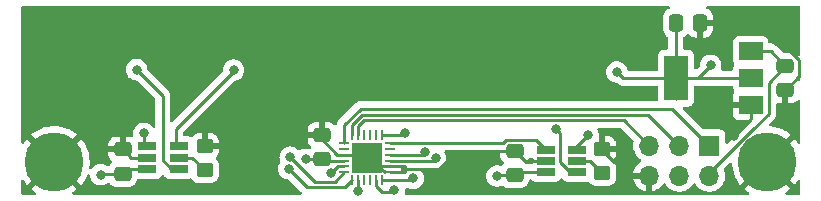
<source format=gtl>
G04 #@! TF.GenerationSoftware,KiCad,Pcbnew,6.0.9-8da3e8f707~116~ubuntu22.04.1*
G04 #@! TF.CreationDate,2022-11-08T11:47:17+01:00*
G04 #@! TF.ProjectId,PCB-lijnvolger,5043422d-6c69-46a6-9e76-6f6c6765722e,1.0*
G04 #@! TF.SameCoordinates,Original*
G04 #@! TF.FileFunction,Copper,L1,Top*
G04 #@! TF.FilePolarity,Positive*
%FSLAX46Y46*%
G04 Gerber Fmt 4.6, Leading zero omitted, Abs format (unit mm)*
G04 Created by KiCad (PCBNEW 6.0.9-8da3e8f707~116~ubuntu22.04.1) date 2022-11-08 11:47:17*
%MOMM*%
%LPD*%
G01*
G04 APERTURE LIST*
G04 Aperture macros list*
%AMRoundRect*
0 Rectangle with rounded corners*
0 $1 Rounding radius*
0 $2 $3 $4 $5 $6 $7 $8 $9 X,Y pos of 4 corners*
0 Add a 4 corners polygon primitive as box body*
4,1,4,$2,$3,$4,$5,$6,$7,$8,$9,$2,$3,0*
0 Add four circle primitives for the rounded corners*
1,1,$1+$1,$2,$3*
1,1,$1+$1,$4,$5*
1,1,$1+$1,$6,$7*
1,1,$1+$1,$8,$9*
0 Add four rect primitives between the rounded corners*
20,1,$1+$1,$2,$3,$4,$5,0*
20,1,$1+$1,$4,$5,$6,$7,0*
20,1,$1+$1,$6,$7,$8,$9,0*
20,1,$1+$1,$8,$9,$2,$3,0*%
G04 Aperture macros list end*
G04 #@! TA.AperFunction,SMDPad,CuDef*
%ADD10R,1.560000X0.650000*%
G04 #@! TD*
G04 #@! TA.AperFunction,SMDPad,CuDef*
%ADD11RoundRect,0.250000X0.450000X-0.350000X0.450000X0.350000X-0.450000X0.350000X-0.450000X-0.350000X0*%
G04 #@! TD*
G04 #@! TA.AperFunction,ComponentPad*
%ADD12C,5.000000*%
G04 #@! TD*
G04 #@! TA.AperFunction,SMDPad,CuDef*
%ADD13R,2.000000X1.500000*%
G04 #@! TD*
G04 #@! TA.AperFunction,SMDPad,CuDef*
%ADD14R,2.000000X3.800000*%
G04 #@! TD*
G04 #@! TA.AperFunction,ComponentPad*
%ADD15R,1.700000X1.700000*%
G04 #@! TD*
G04 #@! TA.AperFunction,ComponentPad*
%ADD16O,1.700000X1.700000*%
G04 #@! TD*
G04 #@! TA.AperFunction,SMDPad,CuDef*
%ADD17RoundRect,0.062500X-0.350000X-0.062500X0.350000X-0.062500X0.350000X0.062500X-0.350000X0.062500X0*%
G04 #@! TD*
G04 #@! TA.AperFunction,SMDPad,CuDef*
%ADD18RoundRect,0.062500X-0.062500X-0.350000X0.062500X-0.350000X0.062500X0.350000X-0.062500X0.350000X0*%
G04 #@! TD*
G04 #@! TA.AperFunction,SMDPad,CuDef*
%ADD19R,2.600000X2.600000*%
G04 #@! TD*
G04 #@! TA.AperFunction,SMDPad,CuDef*
%ADD20RoundRect,0.250000X0.475000X-0.337500X0.475000X0.337500X-0.475000X0.337500X-0.475000X-0.337500X0*%
G04 #@! TD*
G04 #@! TA.AperFunction,SMDPad,CuDef*
%ADD21RoundRect,0.250000X-0.337500X-0.475000X0.337500X-0.475000X0.337500X0.475000X-0.337500X0.475000X0*%
G04 #@! TD*
G04 #@! TA.AperFunction,SMDPad,CuDef*
%ADD22RoundRect,0.250000X-0.475000X0.337500X-0.475000X-0.337500X0.475000X-0.337500X0.475000X0.337500X0*%
G04 #@! TD*
G04 #@! TA.AperFunction,ViaPad*
%ADD23C,0.800000*%
G04 #@! TD*
G04 #@! TA.AperFunction,Conductor*
%ADD24C,0.250000*%
G04 #@! TD*
G04 APERTURE END LIST*
D10*
X144919075Y-92691000D03*
X144919075Y-93641000D03*
X144919075Y-94591000D03*
X147619075Y-94591000D03*
X147619075Y-93641000D03*
X147619075Y-92691000D03*
D11*
X149700000Y-94650000D03*
X149700000Y-92650000D03*
X116050000Y-94400000D03*
X116050000Y-92400000D03*
D12*
X163700000Y-93700000D03*
D13*
X162281000Y-88914000D03*
D14*
X155981000Y-86614000D03*
D13*
X162281000Y-86614000D03*
X162281000Y-84314000D03*
D15*
X158775000Y-92325000D03*
D16*
X158775000Y-94865000D03*
X156235000Y-92325000D03*
X156235000Y-94865000D03*
X153695000Y-92325000D03*
X153695000Y-94865000D03*
D17*
X127856500Y-92095000D03*
X127856500Y-92595000D03*
X127856500Y-93095000D03*
X127856500Y-93595000D03*
X127856500Y-94095000D03*
X127856500Y-94595000D03*
D18*
X128544000Y-95282500D03*
X129044000Y-95282500D03*
X129544000Y-95282500D03*
X130044000Y-95282500D03*
X130544000Y-95282500D03*
X131044000Y-95282500D03*
D17*
X131731500Y-94595000D03*
X131731500Y-94095000D03*
X131731500Y-93595000D03*
X131731500Y-93095000D03*
X131731500Y-92595000D03*
X131731500Y-92095000D03*
D18*
X131044000Y-91407500D03*
X130544000Y-91407500D03*
X130044000Y-91407500D03*
X129544000Y-91407500D03*
X129044000Y-91407500D03*
X128544000Y-91407500D03*
D19*
X129794000Y-93345000D03*
D20*
X109100000Y-94737500D03*
X109100000Y-92662500D03*
X142300000Y-94837500D03*
X142300000Y-92762500D03*
D10*
X111172000Y-92395000D03*
X111172000Y-93345000D03*
X111172000Y-94295000D03*
X113872000Y-94295000D03*
X113872000Y-93345000D03*
X113872000Y-92395000D03*
D12*
X103300000Y-93700000D03*
D20*
X126000000Y-93500000D03*
X126000000Y-91425000D03*
D21*
X155934500Y-81950000D03*
X158009500Y-81950000D03*
D22*
X165227000Y-85576500D03*
X165227000Y-87651500D03*
D23*
X149400000Y-82000000D03*
X132700000Y-82100000D03*
X160887701Y-91487701D03*
X115700000Y-82100000D03*
X107000000Y-82000000D03*
X159500000Y-82000000D03*
X124100000Y-82000000D03*
X141000000Y-82000000D03*
X158900000Y-85550000D03*
X140800000Y-94900000D03*
X107250000Y-94800000D03*
X124600000Y-93500000D03*
X150950000Y-86100000D03*
X148500000Y-91400000D03*
X110300000Y-85900000D03*
X118500000Y-85950000D03*
X145800000Y-90924500D03*
X134686643Y-92870500D03*
X135600000Y-93400000D03*
X123177888Y-94292015D03*
X129032801Y-96138970D03*
X123300000Y-93300000D03*
X126754477Y-94672425D03*
X133700000Y-95100000D03*
X132100000Y-96100000D03*
X133000000Y-91300000D03*
X110900000Y-91300000D03*
D24*
X163964500Y-84314000D02*
X162281000Y-84314000D01*
X163800000Y-89650000D02*
X163800000Y-87003500D01*
X165227000Y-85576500D02*
X163964500Y-84314000D01*
X158775000Y-94865000D02*
X158775000Y-94625000D01*
X162450000Y-90950000D02*
X162500000Y-90950000D01*
X158775000Y-94625000D02*
X162450000Y-90950000D01*
X162500000Y-90950000D02*
X163800000Y-89650000D01*
X163800000Y-87003500D02*
X165227000Y-85576500D01*
X160887701Y-91487701D02*
X162281000Y-90094402D01*
X111410750Y-93345000D02*
X109782500Y-93345000D01*
X149700000Y-92700000D02*
X150700000Y-93700000D01*
X132995000Y-94095000D02*
X132995000Y-94295000D01*
X131731500Y-94095000D02*
X132995000Y-94095000D01*
X143178500Y-93641000D02*
X142300000Y-92762500D01*
X163318173Y-82042000D02*
X166370000Y-85093827D01*
X166370000Y-86508500D02*
X165227000Y-87651500D01*
X142300000Y-92762500D02*
X137437500Y-92762500D01*
X127295000Y-93095000D02*
X126000000Y-91800000D01*
X132995000Y-94295000D02*
X132995000Y-94595000D01*
X129794000Y-93345000D02*
X130544000Y-94095000D01*
X131311004Y-94588996D02*
X130067008Y-93345000D01*
X149700000Y-92650000D02*
X149700000Y-92700000D01*
X109782500Y-93345000D02*
X109100000Y-92662500D01*
X166370000Y-85093827D02*
X166370000Y-86508500D01*
X158101500Y-82042000D02*
X163318173Y-82042000D01*
X135905000Y-94295000D02*
X132995000Y-94295000D01*
X127856500Y-93095000D02*
X127295000Y-93095000D01*
X130544000Y-94095000D02*
X131731500Y-94095000D01*
X162281000Y-90094402D02*
X162281000Y-88914000D01*
X131731500Y-94595000D02*
X132995000Y-94595000D01*
X130067008Y-93345000D02*
X129794000Y-93345000D01*
X137437500Y-92762500D02*
X135905000Y-94295000D01*
X145157825Y-93641000D02*
X143178500Y-93641000D01*
X158009500Y-81950000D02*
X158101500Y-82042000D01*
X126000000Y-91800000D02*
X126000000Y-91425000D01*
X127856500Y-93095000D02*
X129544000Y-93095000D01*
X132995000Y-94595000D02*
X133000000Y-94600000D01*
X129544000Y-93095000D02*
X129794000Y-93345000D01*
X157836000Y-86614000D02*
X158900000Y-85550000D01*
X107312500Y-94737500D02*
X109100000Y-94737500D01*
X155934500Y-81950000D02*
X155934500Y-88370500D01*
X107250000Y-94800000D02*
X107312500Y-94737500D01*
X140862500Y-94837500D02*
X142300000Y-94837500D01*
X109542500Y-94295000D02*
X109100000Y-94737500D01*
X151464000Y-86614000D02*
X150950000Y-86100000D01*
X155981000Y-86614000D02*
X162281000Y-86614000D01*
X125662500Y-93500000D02*
X126000000Y-93837500D01*
X142300000Y-94837500D02*
X142587500Y-94550000D01*
X155981000Y-86614000D02*
X151464000Y-86614000D01*
X142587500Y-94550000D02*
X144898824Y-94550000D01*
X126095000Y-93595000D02*
X126000000Y-93500000D01*
X124600000Y-93500000D02*
X125662500Y-93500000D01*
X111172000Y-94295000D02*
X109542500Y-94295000D01*
X155981000Y-86614000D02*
X157836000Y-86614000D01*
X140800000Y-94900000D02*
X140862500Y-94837500D01*
X127856500Y-93595000D02*
X126095000Y-93595000D01*
X127856500Y-90620708D02*
X127856500Y-92095000D01*
X155650000Y-89200000D02*
X129277208Y-89200000D01*
X129277208Y-89200000D02*
X127856500Y-90620708D01*
X158775000Y-92325000D02*
X155650000Y-89200000D01*
X148500000Y-91400000D02*
X147380325Y-92519675D01*
X113245101Y-94295000D02*
X112500000Y-93549899D01*
X112500000Y-88100000D02*
X110300000Y-85900000D01*
X112500000Y-93549899D02*
X112500000Y-88100000D01*
X113872000Y-94295000D02*
X113245101Y-94295000D01*
X113872000Y-92395000D02*
X113600000Y-92123000D01*
X113600000Y-90950000D02*
X118500000Y-86050000D01*
X118500000Y-86050000D02*
X118500000Y-85950000D01*
X113600000Y-92123000D02*
X113600000Y-90950000D01*
X146150000Y-93748824D02*
X146992176Y-94591000D01*
X145800000Y-90924500D02*
X146150000Y-91274500D01*
X146150000Y-91274500D02*
X146150000Y-93748824D01*
X146992176Y-94591000D02*
X147080324Y-94591000D01*
X134462143Y-93095000D02*
X134686643Y-92870500D01*
X131731500Y-93095000D02*
X134462143Y-93095000D01*
X135405000Y-93595000D02*
X135600000Y-93400000D01*
X131731500Y-93595000D02*
X135405000Y-93595000D01*
X124735873Y-95850000D02*
X127976500Y-95850000D01*
X123177888Y-94292015D02*
X124735873Y-95850000D01*
X127976500Y-95850000D02*
X128544000Y-95282500D01*
X129032801Y-96138970D02*
X129032801Y-95293699D01*
X129032801Y-95293699D02*
X129044000Y-95282500D01*
X123300000Y-93300000D02*
X125400000Y-95400000D01*
X127051500Y-95400000D02*
X127856500Y-94595000D01*
X125400000Y-95400000D02*
X127051500Y-95400000D01*
X127331902Y-94095000D02*
X126754477Y-94672425D01*
X127856500Y-94095000D02*
X127331902Y-94095000D01*
X133517500Y-95282500D02*
X131044000Y-95282500D01*
X133700000Y-95100000D02*
X133517500Y-95282500D01*
X130544000Y-95744000D02*
X131100000Y-96300000D01*
X130544000Y-95282500D02*
X130544000Y-95744000D01*
X131900000Y-96300000D02*
X132100000Y-96100000D01*
X131100000Y-96300000D02*
X131900000Y-96300000D01*
X148691000Y-93641000D02*
X149700000Y-94650000D01*
X147380325Y-93641000D02*
X148691000Y-93641000D01*
X114995000Y-93345000D02*
X116050000Y-94400000D01*
X113633250Y-93345000D02*
X114995000Y-93345000D01*
X144078075Y-91850000D02*
X144919075Y-92691000D01*
X131736500Y-92100000D02*
X141336827Y-92100000D01*
X131731500Y-92095000D02*
X131736500Y-92100000D01*
X141336827Y-92100000D02*
X141586827Y-91850000D01*
X141586827Y-91850000D02*
X144078075Y-91850000D01*
X110900000Y-91300000D02*
X110900000Y-92184251D01*
X133000000Y-91300000D02*
X132892500Y-91407500D01*
X132892500Y-91407500D02*
X131044000Y-91407500D01*
X129413604Y-89700000D02*
X128544000Y-90569604D01*
X156235000Y-92325000D02*
X153610000Y-89700000D01*
X128544000Y-90569604D02*
X128544000Y-91407500D01*
X153610000Y-89700000D02*
X129413604Y-89700000D01*
X129550000Y-90200000D02*
X129044000Y-90706000D01*
X129044000Y-90706000D02*
X129044000Y-91407500D01*
X151570000Y-90200000D02*
X129550000Y-90200000D01*
X153695000Y-92325000D02*
X151570000Y-90200000D01*
G04 #@! TA.AperFunction,Conductor*
G36*
X155389499Y-80528502D02*
G01*
X155435992Y-80582158D01*
X155446096Y-80652432D01*
X155416602Y-80717012D01*
X155361254Y-80754024D01*
X155273054Y-80783450D01*
X155122652Y-80876522D01*
X154997695Y-81001697D01*
X154904885Y-81152262D01*
X154849203Y-81320139D01*
X154838500Y-81424600D01*
X154838500Y-82475400D01*
X154838837Y-82478646D01*
X154838837Y-82478650D01*
X154848618Y-82572914D01*
X154849474Y-82581166D01*
X154905450Y-82748946D01*
X154998522Y-82899348D01*
X155123697Y-83024305D01*
X155241117Y-83096684D01*
X155288609Y-83149455D01*
X155301000Y-83203943D01*
X155301000Y-84079500D01*
X155280998Y-84147621D01*
X155227342Y-84194114D01*
X155175000Y-84205500D01*
X154932866Y-84205500D01*
X154870684Y-84212255D01*
X154734295Y-84263385D01*
X154617739Y-84350739D01*
X154530385Y-84467295D01*
X154479255Y-84603684D01*
X154472500Y-84665866D01*
X154472500Y-85854500D01*
X154452498Y-85922621D01*
X154398842Y-85969114D01*
X154346500Y-85980500D01*
X151957970Y-85980500D01*
X151889849Y-85960498D01*
X151843356Y-85906842D01*
X151838137Y-85893437D01*
X151811829Y-85812469D01*
X151784527Y-85728444D01*
X151777369Y-85716045D01*
X151720355Y-85617295D01*
X151689040Y-85563056D01*
X151683196Y-85556565D01*
X151565675Y-85426045D01*
X151565674Y-85426044D01*
X151561253Y-85421134D01*
X151406752Y-85308882D01*
X151400724Y-85306198D01*
X151400722Y-85306197D01*
X151238319Y-85233891D01*
X151238318Y-85233891D01*
X151232288Y-85231206D01*
X151138888Y-85211353D01*
X151051944Y-85192872D01*
X151051939Y-85192872D01*
X151045487Y-85191500D01*
X150854513Y-85191500D01*
X150848061Y-85192872D01*
X150848056Y-85192872D01*
X150761112Y-85211353D01*
X150667712Y-85231206D01*
X150661682Y-85233891D01*
X150661681Y-85233891D01*
X150499278Y-85306197D01*
X150499276Y-85306198D01*
X150493248Y-85308882D01*
X150338747Y-85421134D01*
X150334326Y-85426044D01*
X150334325Y-85426045D01*
X150216805Y-85556565D01*
X150210960Y-85563056D01*
X150179645Y-85617295D01*
X150122632Y-85716045D01*
X150115473Y-85728444D01*
X150056458Y-85910072D01*
X150055768Y-85916633D01*
X150055768Y-85916635D01*
X150049056Y-85980500D01*
X150036496Y-86100000D01*
X150037186Y-86106565D01*
X150055129Y-86277279D01*
X150056458Y-86289928D01*
X150115473Y-86471556D01*
X150118776Y-86477278D01*
X150118777Y-86477279D01*
X150139099Y-86512478D01*
X150210960Y-86636944D01*
X150215378Y-86641851D01*
X150215379Y-86641852D01*
X150329678Y-86768794D01*
X150338747Y-86778866D01*
X150493248Y-86891118D01*
X150499276Y-86893802D01*
X150499278Y-86893803D01*
X150661681Y-86966109D01*
X150667712Y-86968794D01*
X150761112Y-86988647D01*
X150848056Y-87007128D01*
X150848061Y-87007128D01*
X150854513Y-87008500D01*
X150908783Y-87008500D01*
X150976904Y-87028502D01*
X150995036Y-87042650D01*
X151021651Y-87067643D01*
X151024493Y-87070398D01*
X151044230Y-87090135D01*
X151047427Y-87092615D01*
X151056447Y-87100318D01*
X151088679Y-87130586D01*
X151095625Y-87134405D01*
X151095628Y-87134407D01*
X151106434Y-87140348D01*
X151122953Y-87151199D01*
X151138959Y-87163614D01*
X151146228Y-87166759D01*
X151146232Y-87166762D01*
X151179537Y-87181174D01*
X151190187Y-87186391D01*
X151228940Y-87207695D01*
X151236615Y-87209666D01*
X151236616Y-87209666D01*
X151248562Y-87212733D01*
X151267267Y-87219137D01*
X151285855Y-87227181D01*
X151293678Y-87228420D01*
X151293688Y-87228423D01*
X151329524Y-87234099D01*
X151341144Y-87236505D01*
X151376289Y-87245528D01*
X151383970Y-87247500D01*
X151404224Y-87247500D01*
X151423934Y-87249051D01*
X151443943Y-87252220D01*
X151451835Y-87251474D01*
X151470580Y-87249702D01*
X151487962Y-87248059D01*
X151499819Y-87247500D01*
X154346500Y-87247500D01*
X154414621Y-87267502D01*
X154461114Y-87321158D01*
X154472500Y-87373500D01*
X154472500Y-88440500D01*
X154452498Y-88508621D01*
X154398842Y-88555114D01*
X154346500Y-88566500D01*
X129355976Y-88566500D01*
X129344793Y-88565973D01*
X129337300Y-88564298D01*
X129329374Y-88564547D01*
X129329373Y-88564547D01*
X129269210Y-88566438D01*
X129265252Y-88566500D01*
X129237352Y-88566500D01*
X129233362Y-88567004D01*
X129221528Y-88567936D01*
X129177319Y-88569326D01*
X129169703Y-88571539D01*
X129169701Y-88571539D01*
X129157860Y-88574979D01*
X129138501Y-88578988D01*
X129137191Y-88579154D01*
X129118411Y-88581526D01*
X129111045Y-88584442D01*
X129111039Y-88584444D01*
X129077306Y-88597800D01*
X129066076Y-88601645D01*
X129031225Y-88611770D01*
X129023615Y-88613981D01*
X129016792Y-88618016D01*
X129006174Y-88624295D01*
X128988421Y-88632992D01*
X128980776Y-88636019D01*
X128969591Y-88640448D01*
X128963176Y-88645109D01*
X128933820Y-88666437D01*
X128923903Y-88672951D01*
X128885846Y-88695458D01*
X128871525Y-88709779D01*
X128856492Y-88722619D01*
X128840101Y-88734528D01*
X128812501Y-88767891D01*
X128811910Y-88768605D01*
X128803920Y-88777384D01*
X127464247Y-90117056D01*
X127455961Y-90124596D01*
X127449482Y-90128708D01*
X127444057Y-90134485D01*
X127402857Y-90178359D01*
X127400102Y-90181201D01*
X127380365Y-90200938D01*
X127377885Y-90204135D01*
X127370182Y-90213155D01*
X127339914Y-90245387D01*
X127336095Y-90252333D01*
X127336093Y-90252336D01*
X127330152Y-90263142D01*
X127319301Y-90279661D01*
X127306886Y-90295667D01*
X127303741Y-90302936D01*
X127303738Y-90302940D01*
X127289326Y-90336245D01*
X127284109Y-90346895D01*
X127262805Y-90385648D01*
X127260834Y-90393323D01*
X127260834Y-90393324D01*
X127257767Y-90405270D01*
X127251363Y-90423974D01*
X127248234Y-90431206D01*
X127243319Y-90442563D01*
X127242080Y-90450386D01*
X127242077Y-90450396D01*
X127236401Y-90486232D01*
X127233996Y-90497850D01*
X127232420Y-90503989D01*
X127196107Y-90564996D01*
X127132576Y-90596687D01*
X127061997Y-90589000D01*
X127021359Y-90561831D01*
X126953171Y-90493761D01*
X126941760Y-90484749D01*
X126803757Y-90399684D01*
X126790576Y-90393537D01*
X126636290Y-90342362D01*
X126622914Y-90339495D01*
X126528562Y-90329828D01*
X126522145Y-90329500D01*
X126272115Y-90329500D01*
X126256876Y-90333975D01*
X126255671Y-90335365D01*
X126254000Y-90343048D01*
X126254000Y-91553000D01*
X126233998Y-91621121D01*
X126180342Y-91667614D01*
X126128000Y-91679000D01*
X124785116Y-91679000D01*
X124769877Y-91683475D01*
X124768672Y-91684865D01*
X124767001Y-91692548D01*
X124767001Y-91809595D01*
X124767338Y-91816114D01*
X124777257Y-91911706D01*
X124780149Y-91925100D01*
X124831588Y-92079284D01*
X124837761Y-92092462D01*
X124923063Y-92230307D01*
X124932099Y-92241708D01*
X125046828Y-92356238D01*
X125055762Y-92363294D01*
X125096823Y-92421212D01*
X125100053Y-92492135D01*
X125064426Y-92553546D01*
X125056593Y-92560346D01*
X125050652Y-92564022D01*
X125045479Y-92569204D01*
X125012832Y-92601908D01*
X124950550Y-92635987D01*
X124885815Y-92632776D01*
X124882288Y-92631206D01*
X124783603Y-92610230D01*
X124701944Y-92592872D01*
X124701939Y-92592872D01*
X124695487Y-92591500D01*
X124504513Y-92591500D01*
X124498061Y-92592872D01*
X124498056Y-92592872D01*
X124411113Y-92611353D01*
X124317712Y-92631206D01*
X124311682Y-92633891D01*
X124311681Y-92633891D01*
X124149278Y-92706197D01*
X124149276Y-92706198D01*
X124143248Y-92708882D01*
X124137907Y-92712763D01*
X124132189Y-92716064D01*
X124130767Y-92713601D01*
X124075643Y-92733252D01*
X124006496Y-92717151D01*
X123974850Y-92691766D01*
X123911253Y-92621134D01*
X123771734Y-92519767D01*
X123762094Y-92512763D01*
X123762093Y-92512762D01*
X123756752Y-92508882D01*
X123750724Y-92506198D01*
X123750722Y-92506197D01*
X123588319Y-92433891D01*
X123588318Y-92433891D01*
X123582288Y-92431206D01*
X123488887Y-92411353D01*
X123401944Y-92392872D01*
X123401939Y-92392872D01*
X123395487Y-92391500D01*
X123204513Y-92391500D01*
X123198061Y-92392872D01*
X123198056Y-92392872D01*
X123111113Y-92411353D01*
X123017712Y-92431206D01*
X123011682Y-92433891D01*
X123011681Y-92433891D01*
X122849278Y-92506197D01*
X122849276Y-92506198D01*
X122843248Y-92508882D01*
X122837907Y-92512762D01*
X122837906Y-92512763D01*
X122828266Y-92519767D01*
X122688747Y-92621134D01*
X122684329Y-92626041D01*
X122684325Y-92626045D01*
X122571541Y-92751305D01*
X122560960Y-92763056D01*
X122522127Y-92830316D01*
X122478943Y-92905114D01*
X122465473Y-92928444D01*
X122406458Y-93110072D01*
X122405768Y-93116633D01*
X122405768Y-93116635D01*
X122396555Y-93204292D01*
X122386496Y-93300000D01*
X122387186Y-93306561D01*
X122387186Y-93306565D01*
X122403442Y-93461229D01*
X122406458Y-93489928D01*
X122408498Y-93496206D01*
X122456420Y-93643695D01*
X122458448Y-93714662D01*
X122439787Y-93754028D01*
X122438848Y-93755071D01*
X122404343Y-93814835D01*
X122348594Y-93911396D01*
X122343361Y-93920459D01*
X122284346Y-94102087D01*
X122283656Y-94108648D01*
X122283656Y-94108650D01*
X122267428Y-94263056D01*
X122264384Y-94292015D01*
X122265074Y-94298580D01*
X122279813Y-94438810D01*
X122284346Y-94481943D01*
X122343361Y-94663571D01*
X122346664Y-94669293D01*
X122346665Y-94669294D01*
X122366584Y-94703794D01*
X122438848Y-94828959D01*
X122443266Y-94833866D01*
X122443267Y-94833867D01*
X122506230Y-94903794D01*
X122566635Y-94970881D01*
X122665731Y-95042879D01*
X122706829Y-95072738D01*
X122721136Y-95083133D01*
X122727164Y-95085817D01*
X122727166Y-95085818D01*
X122889569Y-95158124D01*
X122895600Y-95160809D01*
X122973085Y-95177279D01*
X123075944Y-95199143D01*
X123075949Y-95199143D01*
X123082401Y-95200515D01*
X123138294Y-95200515D01*
X123206415Y-95220517D01*
X123227389Y-95237420D01*
X124232216Y-96242247D01*
X124239760Y-96250537D01*
X124243873Y-96257018D01*
X124249650Y-96262443D01*
X124249651Y-96262444D01*
X124261585Y-96273651D01*
X124297550Y-96334864D01*
X124294711Y-96405803D01*
X124253970Y-96463947D01*
X124188262Y-96490835D01*
X124175331Y-96491500D01*
X104950497Y-96491500D01*
X104882376Y-96471498D01*
X104835883Y-96417842D01*
X104825779Y-96347568D01*
X104855273Y-96282988D01*
X104886926Y-96256712D01*
X104964293Y-96211502D01*
X104970326Y-96207493D01*
X105228828Y-96013405D01*
X105237282Y-96002078D01*
X105230537Y-95989748D01*
X103312810Y-94072020D01*
X103298869Y-94064408D01*
X103297034Y-94064539D01*
X103290420Y-94068790D01*
X101371474Y-95987737D01*
X101363860Y-96001681D01*
X101363878Y-96001933D01*
X101369793Y-96010677D01*
X101401111Y-96039174D01*
X101406748Y-96043738D01*
X101682544Y-96241918D01*
X101688675Y-96245809D01*
X101705915Y-96255405D01*
X101755709Y-96306013D01*
X101770238Y-96375507D01*
X101744889Y-96441824D01*
X101687711Y-96483909D01*
X101644636Y-96491500D01*
X100634500Y-96491500D01*
X100566379Y-96471498D01*
X100519886Y-96417842D01*
X100508500Y-96365500D01*
X100508500Y-95354984D01*
X100528502Y-95286863D01*
X100582158Y-95240370D01*
X100652432Y-95230266D01*
X100717012Y-95259760D01*
X100738340Y-95283617D01*
X100917129Y-95543757D01*
X100921574Y-95549486D01*
X100988743Y-95626484D01*
X101001917Y-95634888D01*
X101011769Y-95629020D01*
X102927980Y-93712810D01*
X102934357Y-93701131D01*
X103664408Y-93701131D01*
X103664539Y-93702966D01*
X103668790Y-93709580D01*
X105586268Y-95627057D01*
X105599622Y-95634349D01*
X105609594Y-95627295D01*
X105716641Y-95499267D01*
X105720957Y-95493456D01*
X105907432Y-95209575D01*
X105911046Y-95203313D01*
X106063658Y-94899882D01*
X106066530Y-94893244D01*
X106097059Y-94809819D01*
X106139253Y-94752721D01*
X106205619Y-94727499D01*
X106275085Y-94742161D01*
X106325597Y-94792051D01*
X106340695Y-94839950D01*
X106355003Y-94976081D01*
X106356458Y-94989928D01*
X106415473Y-95171556D01*
X106418776Y-95177278D01*
X106418777Y-95177279D01*
X106443741Y-95220517D01*
X106510960Y-95336944D01*
X106515378Y-95341851D01*
X106515379Y-95341852D01*
X106626506Y-95465271D01*
X106638747Y-95478866D01*
X106685212Y-95512625D01*
X106776385Y-95578866D01*
X106793248Y-95591118D01*
X106799276Y-95593802D01*
X106799278Y-95593803D01*
X106961681Y-95666109D01*
X106967712Y-95668794D01*
X107049765Y-95686235D01*
X107148056Y-95707128D01*
X107148061Y-95707128D01*
X107154513Y-95708500D01*
X107345487Y-95708500D01*
X107351939Y-95707128D01*
X107351944Y-95707128D01*
X107450235Y-95686235D01*
X107532288Y-95668794D01*
X107538319Y-95666109D01*
X107700722Y-95593803D01*
X107700724Y-95593802D01*
X107706752Y-95591118D01*
X107718271Y-95582749D01*
X107835383Y-95497662D01*
X107902251Y-95473803D01*
X107971402Y-95489884D01*
X108016588Y-95533295D01*
X108026522Y-95549348D01*
X108031704Y-95554521D01*
X108051172Y-95573955D01*
X108151697Y-95674305D01*
X108157927Y-95678145D01*
X108157928Y-95678146D01*
X108295090Y-95762694D01*
X108302262Y-95767115D01*
X108382005Y-95793564D01*
X108463611Y-95820632D01*
X108463613Y-95820632D01*
X108470139Y-95822797D01*
X108476975Y-95823497D01*
X108476978Y-95823498D01*
X108520031Y-95827909D01*
X108574600Y-95833500D01*
X109625400Y-95833500D01*
X109628646Y-95833163D01*
X109628650Y-95833163D01*
X109724308Y-95823238D01*
X109724312Y-95823237D01*
X109731166Y-95822526D01*
X109737702Y-95820345D01*
X109737704Y-95820345D01*
X109869806Y-95776272D01*
X109898946Y-95766550D01*
X110049348Y-95673478D01*
X110174305Y-95548303D01*
X110183556Y-95533295D01*
X110263275Y-95403968D01*
X110263276Y-95403966D01*
X110267115Y-95397738D01*
X110322797Y-95229861D01*
X110323111Y-95226797D01*
X110356250Y-95165672D01*
X110418460Y-95131460D01*
X110445612Y-95128500D01*
X112000134Y-95128500D01*
X112062316Y-95121745D01*
X112198705Y-95070615D01*
X112315261Y-94983261D01*
X112402615Y-94866705D01*
X112405767Y-94858297D01*
X112410077Y-94850425D01*
X112412457Y-94851728D01*
X112446664Y-94806196D01*
X112513227Y-94781499D01*
X112582575Y-94796709D01*
X112632691Y-94846997D01*
X112635933Y-94854097D01*
X112638234Y-94858299D01*
X112641385Y-94866705D01*
X112728739Y-94983261D01*
X112845295Y-95070615D01*
X112981684Y-95121745D01*
X113043866Y-95128500D01*
X114700134Y-95128500D01*
X114762316Y-95121745D01*
X114769712Y-95118973D01*
X114769718Y-95118971D01*
X114808031Y-95104608D01*
X114878839Y-95099425D01*
X114941207Y-95133347D01*
X114959403Y-95156285D01*
X115001522Y-95224348D01*
X115006704Y-95229521D01*
X115012736Y-95235542D01*
X115126697Y-95349305D01*
X115132927Y-95353145D01*
X115132928Y-95353146D01*
X115270090Y-95437694D01*
X115277262Y-95442115D01*
X115346394Y-95465045D01*
X115438611Y-95495632D01*
X115438613Y-95495632D01*
X115445139Y-95497797D01*
X115451975Y-95498497D01*
X115451978Y-95498498D01*
X115495031Y-95502909D01*
X115549600Y-95508500D01*
X116550400Y-95508500D01*
X116553646Y-95508163D01*
X116553650Y-95508163D01*
X116649308Y-95498238D01*
X116649312Y-95498237D01*
X116656166Y-95497526D01*
X116662702Y-95495345D01*
X116662704Y-95495345D01*
X116794806Y-95451272D01*
X116823946Y-95441550D01*
X116974348Y-95348478D01*
X117099305Y-95223303D01*
X117127675Y-95177279D01*
X117188275Y-95078968D01*
X117188276Y-95078966D01*
X117192115Y-95072738D01*
X117237831Y-94934908D01*
X117245632Y-94911389D01*
X117245632Y-94911387D01*
X117247797Y-94904861D01*
X117248988Y-94893244D01*
X117255071Y-94833867D01*
X117258500Y-94800400D01*
X117258500Y-93999600D01*
X117255411Y-93969824D01*
X117248238Y-93900692D01*
X117248237Y-93900688D01*
X117247526Y-93893834D01*
X117241099Y-93874568D01*
X117193868Y-93733002D01*
X117191550Y-93726054D01*
X117098478Y-93575652D01*
X117090619Y-93567807D01*
X117011537Y-93488862D01*
X116977458Y-93426579D01*
X116982461Y-93355759D01*
X117011382Y-93310671D01*
X117093739Y-93228171D01*
X117102751Y-93216760D01*
X117187816Y-93078757D01*
X117193963Y-93065576D01*
X117245138Y-92911290D01*
X117248005Y-92897914D01*
X117257672Y-92803562D01*
X117258000Y-92797146D01*
X117258000Y-92672115D01*
X117253525Y-92656876D01*
X117252135Y-92655671D01*
X117244452Y-92654000D01*
X115922000Y-92654000D01*
X115853879Y-92633998D01*
X115807386Y-92580342D01*
X115796000Y-92528000D01*
X115796000Y-92127885D01*
X116304000Y-92127885D01*
X116308475Y-92143124D01*
X116309865Y-92144329D01*
X116317548Y-92146000D01*
X117239884Y-92146000D01*
X117255123Y-92141525D01*
X117256328Y-92140135D01*
X117257999Y-92132452D01*
X117257999Y-92002905D01*
X117257662Y-91996386D01*
X117247743Y-91900794D01*
X117244851Y-91887400D01*
X117193412Y-91733216D01*
X117187239Y-91720038D01*
X117101937Y-91582193D01*
X117092901Y-91570792D01*
X116978171Y-91456261D01*
X116966760Y-91447249D01*
X116828757Y-91362184D01*
X116815576Y-91356037D01*
X116661290Y-91304862D01*
X116647914Y-91301995D01*
X116553562Y-91292328D01*
X116547145Y-91292000D01*
X116322115Y-91292000D01*
X116306876Y-91296475D01*
X116305671Y-91297865D01*
X116304000Y-91305548D01*
X116304000Y-92127885D01*
X115796000Y-92127885D01*
X115796000Y-91310116D01*
X115791525Y-91294877D01*
X115790135Y-91293672D01*
X115782452Y-91292001D01*
X115552905Y-91292001D01*
X115546386Y-91292338D01*
X115450794Y-91302257D01*
X115437400Y-91305149D01*
X115283216Y-91356588D01*
X115270038Y-91362761D01*
X115132193Y-91448063D01*
X115120792Y-91457099D01*
X115001090Y-91577009D01*
X114999079Y-91575001D01*
X114951779Y-91608527D01*
X114880855Y-91611750D01*
X114866601Y-91607349D01*
X114769718Y-91571029D01*
X114769712Y-91571027D01*
X114762316Y-91568255D01*
X114700134Y-91561500D01*
X114359500Y-91561500D01*
X114291379Y-91541498D01*
X114244886Y-91487842D01*
X114233500Y-91435500D01*
X114233500Y-91264594D01*
X114253502Y-91196473D01*
X114270405Y-91175499D01*
X114293019Y-91152885D01*
X124767000Y-91152885D01*
X124771475Y-91168124D01*
X124772865Y-91169329D01*
X124780548Y-91171000D01*
X125727885Y-91171000D01*
X125743124Y-91166525D01*
X125744329Y-91165135D01*
X125746000Y-91157452D01*
X125746000Y-90347616D01*
X125741525Y-90332377D01*
X125740135Y-90331172D01*
X125732452Y-90329501D01*
X125477905Y-90329501D01*
X125471386Y-90329838D01*
X125375794Y-90339757D01*
X125362400Y-90342649D01*
X125208216Y-90394088D01*
X125195038Y-90400261D01*
X125057193Y-90485563D01*
X125045792Y-90494599D01*
X124931261Y-90609329D01*
X124922249Y-90620740D01*
X124837184Y-90758743D01*
X124831037Y-90771924D01*
X124779862Y-90926210D01*
X124776995Y-90939586D01*
X124767328Y-91033938D01*
X124767000Y-91040355D01*
X124767000Y-91152885D01*
X114293019Y-91152885D01*
X118558830Y-86887074D01*
X118621727Y-86852922D01*
X118782288Y-86818794D01*
X118805409Y-86808500D01*
X118950722Y-86743803D01*
X118950724Y-86743802D01*
X118956752Y-86741118D01*
X118975865Y-86727232D01*
X119025571Y-86691118D01*
X119111253Y-86628866D01*
X119160695Y-86573955D01*
X119234621Y-86491852D01*
X119234622Y-86491851D01*
X119239040Y-86486944D01*
X119334527Y-86321556D01*
X119393542Y-86139928D01*
X119402320Y-86056415D01*
X119412814Y-85956565D01*
X119413504Y-85950000D01*
X119393542Y-85760072D01*
X119334527Y-85578444D01*
X119239040Y-85413056D01*
X119199169Y-85368774D01*
X119115675Y-85276045D01*
X119115674Y-85276044D01*
X119111253Y-85271134D01*
X118956752Y-85158882D01*
X118950724Y-85156198D01*
X118950722Y-85156197D01*
X118788319Y-85083891D01*
X118788318Y-85083891D01*
X118782288Y-85081206D01*
X118688888Y-85061353D01*
X118601944Y-85042872D01*
X118601939Y-85042872D01*
X118595487Y-85041500D01*
X118404513Y-85041500D01*
X118398061Y-85042872D01*
X118398056Y-85042872D01*
X118311112Y-85061353D01*
X118217712Y-85081206D01*
X118211682Y-85083891D01*
X118211681Y-85083891D01*
X118049278Y-85156197D01*
X118049276Y-85156198D01*
X118043248Y-85158882D01*
X117888747Y-85271134D01*
X117884326Y-85276044D01*
X117884325Y-85276045D01*
X117800832Y-85368774D01*
X117760960Y-85413056D01*
X117665473Y-85578444D01*
X117606458Y-85760072D01*
X117586496Y-85950000D01*
X117587186Y-85956565D01*
X117587186Y-85956568D01*
X117591398Y-85996649D01*
X117578625Y-86066487D01*
X117555183Y-86098912D01*
X113348595Y-90305500D01*
X113286283Y-90339526D01*
X113215468Y-90334461D01*
X113158632Y-90291914D01*
X113133821Y-90225394D01*
X113133500Y-90216405D01*
X113133500Y-88178767D01*
X113134027Y-88167584D01*
X113135702Y-88160091D01*
X113133562Y-88092000D01*
X113133500Y-88088043D01*
X113133500Y-88060144D01*
X113132996Y-88056153D01*
X113132063Y-88044311D01*
X113130923Y-88008036D01*
X113130674Y-88000111D01*
X113128462Y-87992497D01*
X113128461Y-87992492D01*
X113125023Y-87980659D01*
X113121012Y-87961295D01*
X113119467Y-87949064D01*
X113118474Y-87941203D01*
X113115557Y-87933836D01*
X113115556Y-87933831D01*
X113102198Y-87900092D01*
X113098354Y-87888865D01*
X113093599Y-87872500D01*
X113086018Y-87846407D01*
X113075707Y-87828972D01*
X113067012Y-87811224D01*
X113059552Y-87792383D01*
X113033564Y-87756613D01*
X113027048Y-87746693D01*
X113008580Y-87715465D01*
X113008578Y-87715462D01*
X113004542Y-87708638D01*
X112990221Y-87694317D01*
X112977380Y-87679283D01*
X112970131Y-87669306D01*
X112965472Y-87662893D01*
X112931395Y-87634702D01*
X112922616Y-87626712D01*
X111247122Y-85951217D01*
X111213096Y-85888905D01*
X111210907Y-85875292D01*
X111194232Y-85716635D01*
X111194232Y-85716633D01*
X111193542Y-85710072D01*
X111134527Y-85528444D01*
X111118532Y-85500739D01*
X111097314Y-85463990D01*
X111039040Y-85363056D01*
X111030701Y-85353794D01*
X110915675Y-85226045D01*
X110915674Y-85226044D01*
X110911253Y-85221134D01*
X110756752Y-85108882D01*
X110750724Y-85106198D01*
X110750722Y-85106197D01*
X110588319Y-85033891D01*
X110588318Y-85033891D01*
X110582288Y-85031206D01*
X110488888Y-85011353D01*
X110401944Y-84992872D01*
X110401939Y-84992872D01*
X110395487Y-84991500D01*
X110204513Y-84991500D01*
X110198061Y-84992872D01*
X110198056Y-84992872D01*
X110111112Y-85011353D01*
X110017712Y-85031206D01*
X110011682Y-85033891D01*
X110011681Y-85033891D01*
X109849278Y-85106197D01*
X109849276Y-85106198D01*
X109843248Y-85108882D01*
X109688747Y-85221134D01*
X109684326Y-85226044D01*
X109684325Y-85226045D01*
X109569300Y-85353794D01*
X109560960Y-85363056D01*
X109502686Y-85463990D01*
X109481469Y-85500739D01*
X109465473Y-85528444D01*
X109406458Y-85710072D01*
X109405768Y-85716633D01*
X109405768Y-85716635D01*
X109395339Y-85815866D01*
X109386496Y-85900000D01*
X109387186Y-85906565D01*
X109392855Y-85960498D01*
X109406458Y-86089928D01*
X109465473Y-86271556D01*
X109560960Y-86436944D01*
X109565378Y-86441851D01*
X109565379Y-86441852D01*
X109605980Y-86486944D01*
X109688747Y-86578866D01*
X109787843Y-86650864D01*
X109817623Y-86672500D01*
X109843248Y-86691118D01*
X109849276Y-86693802D01*
X109849278Y-86693803D01*
X109946833Y-86737237D01*
X110017712Y-86768794D01*
X110083365Y-86782749D01*
X110198056Y-86807128D01*
X110198061Y-86807128D01*
X110204513Y-86808500D01*
X110260406Y-86808500D01*
X110328527Y-86828502D01*
X110349501Y-86845405D01*
X111829595Y-88325500D01*
X111863621Y-88387812D01*
X111866500Y-88414595D01*
X111866500Y-90689515D01*
X111846498Y-90757636D01*
X111792842Y-90804129D01*
X111722568Y-90814233D01*
X111657988Y-90784739D01*
X111640657Y-90765856D01*
X111639040Y-90763056D01*
X111511253Y-90621134D01*
X111376422Y-90523173D01*
X111362094Y-90512763D01*
X111362093Y-90512762D01*
X111356752Y-90508882D01*
X111350724Y-90506198D01*
X111350722Y-90506197D01*
X111188319Y-90433891D01*
X111188318Y-90433891D01*
X111182288Y-90431206D01*
X111088887Y-90411353D01*
X111001944Y-90392872D01*
X111001939Y-90392872D01*
X110995487Y-90391500D01*
X110804513Y-90391500D01*
X110798061Y-90392872D01*
X110798056Y-90392872D01*
X110711113Y-90411353D01*
X110617712Y-90431206D01*
X110611682Y-90433891D01*
X110611681Y-90433891D01*
X110449278Y-90506197D01*
X110449276Y-90506198D01*
X110443248Y-90508882D01*
X110437907Y-90512762D01*
X110437906Y-90512763D01*
X110423578Y-90523173D01*
X110288747Y-90621134D01*
X110284326Y-90626044D01*
X110284325Y-90626045D01*
X110222295Y-90694937D01*
X110160960Y-90763056D01*
X110131413Y-90814233D01*
X110077763Y-90907158D01*
X110065473Y-90928444D01*
X110006458Y-91110072D01*
X110005768Y-91116633D01*
X110005768Y-91116635D01*
X109989198Y-91274293D01*
X109986496Y-91300000D01*
X110005594Y-91481704D01*
X109992822Y-91551541D01*
X109944320Y-91603387D01*
X109875487Y-91620782D01*
X109840616Y-91614466D01*
X109736290Y-91579862D01*
X109722914Y-91576995D01*
X109628562Y-91567328D01*
X109622145Y-91567000D01*
X109372115Y-91567000D01*
X109356876Y-91571475D01*
X109355671Y-91572865D01*
X109354000Y-91580548D01*
X109354000Y-92790500D01*
X109333998Y-92858621D01*
X109280342Y-92905114D01*
X109228000Y-92916500D01*
X107885116Y-92916500D01*
X107869877Y-92920975D01*
X107868672Y-92922365D01*
X107867001Y-92930048D01*
X107867001Y-93047095D01*
X107867338Y-93053614D01*
X107877257Y-93149206D01*
X107880149Y-93162600D01*
X107931588Y-93316784D01*
X107937761Y-93329962D01*
X108023063Y-93467807D01*
X108032099Y-93479208D01*
X108146828Y-93593738D01*
X108155762Y-93600794D01*
X108196823Y-93658712D01*
X108200053Y-93729635D01*
X108164426Y-93791046D01*
X108156593Y-93797846D01*
X108150652Y-93801522D01*
X108025695Y-93926697D01*
X108021855Y-93932927D01*
X108021854Y-93932928D01*
X107963386Y-94027780D01*
X107910613Y-94075274D01*
X107840542Y-94086697D01*
X107782065Y-94063600D01*
X107712094Y-94012763D01*
X107712093Y-94012762D01*
X107706752Y-94008882D01*
X107700724Y-94006198D01*
X107700722Y-94006197D01*
X107538319Y-93933891D01*
X107538318Y-93933891D01*
X107532288Y-93931206D01*
X107438888Y-93911353D01*
X107351944Y-93892872D01*
X107351939Y-93892872D01*
X107345487Y-93891500D01*
X107154513Y-93891500D01*
X107148061Y-93892872D01*
X107148056Y-93892872D01*
X107061113Y-93911353D01*
X106967712Y-93931206D01*
X106961682Y-93933891D01*
X106961681Y-93933891D01*
X106799278Y-94006197D01*
X106799276Y-94006198D01*
X106793248Y-94008882D01*
X106787907Y-94012762D01*
X106787906Y-94012763D01*
X106752116Y-94038766D01*
X106638747Y-94121134D01*
X106634326Y-94126044D01*
X106634325Y-94126045D01*
X106519950Y-94253072D01*
X106510960Y-94263056D01*
X106507659Y-94268774D01*
X106504142Y-94274865D01*
X106452759Y-94323857D01*
X106383045Y-94337292D01*
X106317135Y-94310905D01*
X106275953Y-94253072D01*
X106269937Y-94196726D01*
X106306816Y-93891973D01*
X106307240Y-93886403D01*
X106313010Y-93702797D01*
X106312937Y-93697204D01*
X106293338Y-93357303D01*
X106292506Y-93350113D01*
X106234113Y-93015529D01*
X106232458Y-93008474D01*
X106135998Y-92682834D01*
X106133540Y-92676006D01*
X106011711Y-92390385D01*
X107867000Y-92390385D01*
X107871475Y-92405624D01*
X107872865Y-92406829D01*
X107880548Y-92408500D01*
X108827885Y-92408500D01*
X108843124Y-92404025D01*
X108844329Y-92402635D01*
X108846000Y-92394952D01*
X108846000Y-91585116D01*
X108841525Y-91569877D01*
X108840135Y-91568672D01*
X108832452Y-91567001D01*
X108577905Y-91567001D01*
X108571386Y-91567338D01*
X108475794Y-91577257D01*
X108462400Y-91580149D01*
X108308216Y-91631588D01*
X108295038Y-91637761D01*
X108157193Y-91723063D01*
X108145792Y-91732099D01*
X108031261Y-91846829D01*
X108022249Y-91858240D01*
X107937184Y-91996243D01*
X107931037Y-92009424D01*
X107879862Y-92163710D01*
X107876995Y-92177086D01*
X107867328Y-92271438D01*
X107867000Y-92277855D01*
X107867000Y-92390385D01*
X106011711Y-92390385D01*
X106000290Y-92363608D01*
X105997073Y-92357125D01*
X105828788Y-92062089D01*
X105824856Y-92056034D01*
X105623774Y-91782295D01*
X105619166Y-91776726D01*
X105613830Y-91770984D01*
X105600178Y-91762866D01*
X105599570Y-91762887D01*
X105591092Y-91768119D01*
X103672020Y-93687190D01*
X103664408Y-93701131D01*
X102934357Y-93701131D01*
X102935592Y-93698869D01*
X102935461Y-93697034D01*
X102931210Y-93690420D01*
X101012374Y-91771585D01*
X100999581Y-91764599D01*
X100988827Y-91772464D01*
X100828037Y-91977527D01*
X100823902Y-91983476D01*
X100741933Y-92117237D01*
X100689285Y-92164868D01*
X100619243Y-92176475D01*
X100554046Y-92148372D01*
X100514392Y-92089481D01*
X100508500Y-92051402D01*
X100508500Y-91401048D01*
X101365132Y-91401048D01*
X101371527Y-91412316D01*
X103287190Y-93327980D01*
X103301131Y-93335592D01*
X103302966Y-93335461D01*
X103309580Y-93331210D01*
X105227074Y-91413716D01*
X105234466Y-91400179D01*
X105227679Y-91390479D01*
X105124476Y-91302335D01*
X105118704Y-91297953D01*
X104836796Y-91108519D01*
X104830575Y-91104839D01*
X104528757Y-90949060D01*
X104522146Y-90946116D01*
X104204439Y-90826065D01*
X104197513Y-90823894D01*
X103868112Y-90741155D01*
X103861005Y-90739799D01*
X103524278Y-90695468D01*
X103517036Y-90694937D01*
X103177467Y-90689602D01*
X103170205Y-90689906D01*
X102832256Y-90723638D01*
X102825108Y-90724770D01*
X102493263Y-90797124D01*
X102486285Y-90799072D01*
X102164960Y-90909086D01*
X102158253Y-90911823D01*
X101851707Y-91058039D01*
X101845349Y-91061534D01*
X101557654Y-91242005D01*
X101551731Y-91246214D01*
X101373601Y-91388923D01*
X101365132Y-91401048D01*
X100508500Y-91401048D01*
X100508500Y-80634500D01*
X100528502Y-80566379D01*
X100582158Y-80519886D01*
X100634500Y-80508500D01*
X155321378Y-80508500D01*
X155389499Y-80528502D01*
G37*
G04 #@! TD.AperFunction*
G04 #@! TA.AperFunction,Conductor*
G36*
X165423121Y-87417502D02*
G01*
X165469614Y-87471158D01*
X165481000Y-87523500D01*
X165481000Y-88728884D01*
X165485475Y-88744123D01*
X165486865Y-88745328D01*
X165494548Y-88746999D01*
X165749095Y-88746999D01*
X165755614Y-88746662D01*
X165851206Y-88736743D01*
X165864600Y-88733851D01*
X166018784Y-88682412D01*
X166031962Y-88676239D01*
X166169807Y-88590937D01*
X166181208Y-88581901D01*
X166276327Y-88486617D01*
X166338610Y-88452538D01*
X166409430Y-88457541D01*
X166466303Y-88500039D01*
X166491171Y-88566537D01*
X166491500Y-88575635D01*
X166491500Y-92047460D01*
X166471498Y-92115581D01*
X166417842Y-92162074D01*
X166347568Y-92172178D01*
X166282988Y-92142684D01*
X166256052Y-92109888D01*
X166228788Y-92062089D01*
X166224856Y-92056034D01*
X166023774Y-91782295D01*
X166019166Y-91776726D01*
X166013830Y-91770984D01*
X166000178Y-91762866D01*
X165999570Y-91762887D01*
X165991092Y-91768119D01*
X164072020Y-93687190D01*
X164064408Y-93701131D01*
X164064539Y-93702966D01*
X164068790Y-93709580D01*
X165986268Y-95627057D01*
X165999622Y-95634349D01*
X166009594Y-95627295D01*
X166116641Y-95499267D01*
X166120957Y-95493456D01*
X166260188Y-95281496D01*
X166314306Y-95235542D01*
X166384677Y-95226141D01*
X166448960Y-95256278D01*
X166486745Y-95316385D01*
X166491500Y-95350673D01*
X166491500Y-96365500D01*
X166471498Y-96433621D01*
X166417842Y-96480114D01*
X166365500Y-96491500D01*
X165350497Y-96491500D01*
X165282376Y-96471498D01*
X165235883Y-96417842D01*
X165225779Y-96347568D01*
X165255273Y-96282988D01*
X165286926Y-96256712D01*
X165364293Y-96211502D01*
X165370326Y-96207493D01*
X165628828Y-96013405D01*
X165637282Y-96002078D01*
X165630537Y-95989748D01*
X163712810Y-94072020D01*
X163698869Y-94064408D01*
X163697034Y-94064539D01*
X163690420Y-94068790D01*
X161771474Y-95987737D01*
X161763860Y-96001681D01*
X161763878Y-96001933D01*
X161769793Y-96010677D01*
X161801111Y-96039174D01*
X161806748Y-96043738D01*
X162082544Y-96241918D01*
X162088675Y-96245809D01*
X162105915Y-96255405D01*
X162155709Y-96306013D01*
X162170238Y-96375507D01*
X162144889Y-96441824D01*
X162087711Y-96483909D01*
X162044636Y-96491500D01*
X133101471Y-96491500D01*
X133033350Y-96471498D01*
X132986857Y-96417842D01*
X132976753Y-96347568D01*
X132981638Y-96326563D01*
X132981778Y-96326135D01*
X132993542Y-96289928D01*
X132994272Y-96282988D01*
X133012814Y-96106565D01*
X133013504Y-96100000D01*
X133008792Y-96055170D01*
X133021564Y-95985333D01*
X133070066Y-95933486D01*
X133134102Y-95916000D01*
X133272351Y-95916000D01*
X133323599Y-95926893D01*
X133411677Y-95966108D01*
X133411685Y-95966111D01*
X133417712Y-95968794D01*
X133506831Y-95987737D01*
X133598056Y-96007128D01*
X133598061Y-96007128D01*
X133604513Y-96008500D01*
X133795487Y-96008500D01*
X133801939Y-96007128D01*
X133801944Y-96007128D01*
X133893169Y-95987737D01*
X133982288Y-95968794D01*
X134061560Y-95933500D01*
X134150722Y-95893803D01*
X134150724Y-95893802D01*
X134156752Y-95891118D01*
X134187377Y-95868868D01*
X134212157Y-95850864D01*
X134311253Y-95778866D01*
X134322342Y-95766550D01*
X134434621Y-95641852D01*
X134434622Y-95641851D01*
X134439040Y-95636944D01*
X134520627Y-95495632D01*
X134531223Y-95477279D01*
X134531224Y-95477278D01*
X134534527Y-95471556D01*
X134593542Y-95289928D01*
X134594872Y-95277279D01*
X134612814Y-95106565D01*
X134613504Y-95100000D01*
X134601245Y-94983365D01*
X134594232Y-94916635D01*
X134594232Y-94916633D01*
X134593542Y-94910072D01*
X134534527Y-94728444D01*
X134439040Y-94563056D01*
X134434621Y-94558148D01*
X134327169Y-94438810D01*
X134296451Y-94374803D01*
X134305216Y-94304349D01*
X134350679Y-94249818D01*
X134420805Y-94228500D01*
X135200427Y-94228500D01*
X135251676Y-94239393D01*
X135293801Y-94258148D01*
X135317712Y-94268794D01*
X135396072Y-94285450D01*
X135498056Y-94307128D01*
X135498061Y-94307128D01*
X135504513Y-94308500D01*
X135695487Y-94308500D01*
X135701939Y-94307128D01*
X135701944Y-94307128D01*
X135803928Y-94285450D01*
X135882288Y-94268794D01*
X135895176Y-94263056D01*
X136050722Y-94193803D01*
X136050724Y-94193802D01*
X136056752Y-94191118D01*
X136211253Y-94078866D01*
X136217417Y-94072020D01*
X136334621Y-93941852D01*
X136334622Y-93941851D01*
X136339040Y-93936944D01*
X136417226Y-93801522D01*
X136431223Y-93777279D01*
X136431224Y-93777278D01*
X136434527Y-93771556D01*
X136493542Y-93589928D01*
X136495043Y-93575652D01*
X136512814Y-93406565D01*
X136513504Y-93400000D01*
X136506016Y-93328757D01*
X136494232Y-93216635D01*
X136494232Y-93216633D01*
X136493542Y-93210072D01*
X136434527Y-93028444D01*
X136373360Y-92922500D01*
X136356622Y-92853505D01*
X136379842Y-92786413D01*
X136435649Y-92742526D01*
X136482479Y-92733500D01*
X140941000Y-92733500D01*
X141009121Y-92753502D01*
X141055614Y-92807158D01*
X141067000Y-92859500D01*
X141067001Y-93147095D01*
X141067338Y-93153614D01*
X141077257Y-93249206D01*
X141080149Y-93262600D01*
X141131588Y-93416784D01*
X141137761Y-93429962D01*
X141223063Y-93567807D01*
X141232099Y-93579208D01*
X141346828Y-93693738D01*
X141355762Y-93700794D01*
X141396823Y-93758712D01*
X141400053Y-93829635D01*
X141364426Y-93891046D01*
X141356593Y-93897846D01*
X141350652Y-93901522D01*
X141345479Y-93906704D01*
X141239690Y-94012677D01*
X141177407Y-94046756D01*
X141106587Y-94041753D01*
X141099268Y-94038766D01*
X141088319Y-94033891D01*
X141088318Y-94033891D01*
X141082288Y-94031206D01*
X140988887Y-94011353D01*
X140901944Y-93992872D01*
X140901939Y-93992872D01*
X140895487Y-93991500D01*
X140704513Y-93991500D01*
X140698061Y-93992872D01*
X140698056Y-93992872D01*
X140611113Y-94011353D01*
X140517712Y-94031206D01*
X140511682Y-94033891D01*
X140511681Y-94033891D01*
X140349278Y-94106197D01*
X140349276Y-94106198D01*
X140343248Y-94108882D01*
X140337907Y-94112762D01*
X140337906Y-94112763D01*
X140319625Y-94126045D01*
X140188747Y-94221134D01*
X140184326Y-94226044D01*
X140184325Y-94226045D01*
X140118570Y-94299074D01*
X140060960Y-94363056D01*
X139965473Y-94528444D01*
X139906458Y-94710072D01*
X139905768Y-94716633D01*
X139905768Y-94716635D01*
X139890527Y-94861646D01*
X139886496Y-94900000D01*
X139887186Y-94906565D01*
X139905152Y-95077499D01*
X139906458Y-95089928D01*
X139965473Y-95271556D01*
X139968775Y-95277275D01*
X139968777Y-95277279D01*
X139976080Y-95289928D01*
X140060960Y-95436944D01*
X140065378Y-95441851D01*
X140065379Y-95441852D01*
X140182559Y-95571994D01*
X140188747Y-95578866D01*
X140275742Y-95642072D01*
X140325394Y-95678146D01*
X140343248Y-95691118D01*
X140349276Y-95693802D01*
X140349278Y-95693803D01*
X140493834Y-95758163D01*
X140517712Y-95768794D01*
X140583365Y-95782749D01*
X140698056Y-95807128D01*
X140698061Y-95807128D01*
X140704513Y-95808500D01*
X140895487Y-95808500D01*
X140901939Y-95807128D01*
X140901944Y-95807128D01*
X141016635Y-95782749D01*
X141082288Y-95768794D01*
X141088315Y-95766111D01*
X141088323Y-95766108D01*
X141185747Y-95722732D01*
X141256114Y-95713298D01*
X141320411Y-95743405D01*
X141326012Y-95748665D01*
X141351697Y-95774305D01*
X141357927Y-95778145D01*
X141357928Y-95778146D01*
X141495090Y-95862694D01*
X141502262Y-95867115D01*
X141562928Y-95887237D01*
X141663611Y-95920632D01*
X141663613Y-95920632D01*
X141670139Y-95922797D01*
X141676975Y-95923497D01*
X141676978Y-95923498D01*
X141720031Y-95927909D01*
X141774600Y-95933500D01*
X142825400Y-95933500D01*
X142828646Y-95933163D01*
X142828650Y-95933163D01*
X142924308Y-95923238D01*
X142924312Y-95923237D01*
X142931166Y-95922526D01*
X142937702Y-95920345D01*
X142937704Y-95920345D01*
X143069806Y-95876272D01*
X143098946Y-95866550D01*
X143249348Y-95773478D01*
X143274285Y-95748498D01*
X143369134Y-95653483D01*
X143374305Y-95648303D01*
X143378146Y-95642072D01*
X143463275Y-95503968D01*
X143463276Y-95503966D01*
X143467115Y-95497738D01*
X143510606Y-95366615D01*
X143520632Y-95336389D01*
X143520632Y-95336387D01*
X143522797Y-95329861D01*
X143524933Y-95309013D01*
X143551774Y-95243286D01*
X143609888Y-95202504D01*
X143680826Y-95199614D01*
X143742065Y-95235536D01*
X143751102Y-95246289D01*
X143765329Y-95265271D01*
X143775814Y-95279261D01*
X143892370Y-95366615D01*
X144028759Y-95417745D01*
X144090941Y-95424500D01*
X145747209Y-95424500D01*
X145809391Y-95417745D01*
X145945780Y-95366615D01*
X146062336Y-95279261D01*
X146149690Y-95162705D01*
X146152842Y-95154297D01*
X146157152Y-95146425D01*
X146159532Y-95147728D01*
X146193739Y-95102196D01*
X146260302Y-95077499D01*
X146329650Y-95092709D01*
X146379766Y-95142997D01*
X146383008Y-95150097D01*
X146385309Y-95154299D01*
X146388460Y-95162705D01*
X146475814Y-95279261D01*
X146592370Y-95366615D01*
X146728759Y-95417745D01*
X146790941Y-95424500D01*
X148447209Y-95424500D01*
X148509391Y-95417745D01*
X148514732Y-95415743D01*
X148584658Y-95419392D01*
X148642302Y-95460837D01*
X148645231Y-95465045D01*
X148647668Y-95468119D01*
X148651522Y-95474348D01*
X148776697Y-95599305D01*
X148782927Y-95603145D01*
X148782928Y-95603146D01*
X148920090Y-95687694D01*
X148927262Y-95692115D01*
X148972525Y-95707128D01*
X149088611Y-95745632D01*
X149088613Y-95745632D01*
X149095139Y-95747797D01*
X149101975Y-95748497D01*
X149101978Y-95748498D01*
X149134325Y-95751812D01*
X149199600Y-95758500D01*
X150200400Y-95758500D01*
X150203646Y-95758163D01*
X150203650Y-95758163D01*
X150299308Y-95748238D01*
X150299312Y-95748237D01*
X150306166Y-95747526D01*
X150312702Y-95745345D01*
X150312704Y-95745345D01*
X150444806Y-95701272D01*
X150473946Y-95691550D01*
X150624348Y-95598478D01*
X150749305Y-95473303D01*
X150756989Y-95460837D01*
X150838275Y-95328968D01*
X150838276Y-95328966D01*
X150842115Y-95322738D01*
X150873378Y-95228483D01*
X150895632Y-95161389D01*
X150895632Y-95161387D01*
X150897797Y-95154861D01*
X150898507Y-95147939D01*
X150900041Y-95132966D01*
X152363257Y-95132966D01*
X152393565Y-95267446D01*
X152396645Y-95277275D01*
X152476770Y-95474603D01*
X152481413Y-95483794D01*
X152592694Y-95665388D01*
X152598777Y-95673699D01*
X152738213Y-95834667D01*
X152745580Y-95841883D01*
X152909434Y-95977916D01*
X152917881Y-95983831D01*
X153101756Y-96091279D01*
X153111042Y-96095729D01*
X153310001Y-96171703D01*
X153319899Y-96174579D01*
X153423250Y-96195606D01*
X153437299Y-96194410D01*
X153441000Y-96184065D01*
X153441000Y-95137115D01*
X153436525Y-95121876D01*
X153435135Y-95120671D01*
X153427452Y-95119000D01*
X152378225Y-95119000D01*
X152364694Y-95122973D01*
X152363257Y-95132966D01*
X150900041Y-95132966D01*
X150906959Y-95065439D01*
X150908500Y-95050400D01*
X150908500Y-94249600D01*
X150907441Y-94239393D01*
X150898238Y-94150692D01*
X150898237Y-94150688D01*
X150897526Y-94143834D01*
X150877147Y-94082749D01*
X150843868Y-93983002D01*
X150841550Y-93976054D01*
X150748478Y-93825652D01*
X150724306Y-93801522D01*
X150661537Y-93738862D01*
X150627458Y-93676579D01*
X150632461Y-93605759D01*
X150661382Y-93560671D01*
X150743739Y-93478171D01*
X150752751Y-93466760D01*
X150837816Y-93328757D01*
X150843963Y-93315576D01*
X150895138Y-93161290D01*
X150898005Y-93147914D01*
X150907672Y-93053562D01*
X150908000Y-93047146D01*
X150908000Y-92922115D01*
X150903525Y-92906876D01*
X150902135Y-92905671D01*
X150894452Y-92904000D01*
X149572000Y-92904000D01*
X149503879Y-92883998D01*
X149457386Y-92830342D01*
X149446000Y-92778000D01*
X149446000Y-92377885D01*
X149954000Y-92377885D01*
X149958475Y-92393124D01*
X149959865Y-92394329D01*
X149967548Y-92396000D01*
X150889884Y-92396000D01*
X150905123Y-92391525D01*
X150906328Y-92390135D01*
X150907999Y-92382452D01*
X150907999Y-92252905D01*
X150907662Y-92246386D01*
X150897743Y-92150794D01*
X150894851Y-92137400D01*
X150843412Y-91983216D01*
X150837239Y-91970038D01*
X150751937Y-91832193D01*
X150742901Y-91820792D01*
X150628171Y-91706261D01*
X150616760Y-91697249D01*
X150478757Y-91612184D01*
X150465576Y-91606037D01*
X150311290Y-91554862D01*
X150297914Y-91551995D01*
X150203562Y-91542328D01*
X150197145Y-91542000D01*
X149972115Y-91542000D01*
X149956876Y-91546475D01*
X149955671Y-91547865D01*
X149954000Y-91555548D01*
X149954000Y-92377885D01*
X149446000Y-92377885D01*
X149446000Y-91560116D01*
X149437787Y-91532146D01*
X149413170Y-91493841D01*
X149408756Y-91445170D01*
X149409773Y-91435500D01*
X149413504Y-91400000D01*
X149408361Y-91351064D01*
X149394232Y-91216635D01*
X149394232Y-91216633D01*
X149393542Y-91210072D01*
X149334527Y-91028444D01*
X149331097Y-91022503D01*
X149331063Y-91022361D01*
X149328539Y-91016693D01*
X149329575Y-91016232D01*
X149314357Y-90953508D01*
X149337575Y-90886416D01*
X149393381Y-90842527D01*
X149440214Y-90833500D01*
X151255406Y-90833500D01*
X151323527Y-90853502D01*
X151344501Y-90870405D01*
X152344777Y-91870682D01*
X152378803Y-91932994D01*
X152377100Y-91993446D01*
X152355989Y-92069570D01*
X152332251Y-92291695D01*
X152332548Y-92296848D01*
X152332548Y-92296851D01*
X152338726Y-92404000D01*
X152345110Y-92514715D01*
X152346247Y-92519761D01*
X152346248Y-92519767D01*
X152362414Y-92591500D01*
X152394222Y-92732639D01*
X152449537Y-92868865D01*
X152476282Y-92934729D01*
X152478266Y-92939616D01*
X152515685Y-93000678D01*
X152592291Y-93125688D01*
X152594987Y-93130088D01*
X152741250Y-93298938D01*
X152913126Y-93441632D01*
X152975655Y-93478171D01*
X152986955Y-93484774D01*
X153035679Y-93536412D01*
X153048750Y-93606195D01*
X153022019Y-93671967D01*
X152981562Y-93705327D01*
X152973457Y-93709546D01*
X152964738Y-93715036D01*
X152794433Y-93842905D01*
X152786726Y-93849748D01*
X152639590Y-94003717D01*
X152633104Y-94011727D01*
X152513098Y-94187649D01*
X152508000Y-94196623D01*
X152418338Y-94389783D01*
X152414775Y-94399470D01*
X152359389Y-94599183D01*
X152360912Y-94607607D01*
X152373292Y-94611000D01*
X153823000Y-94611000D01*
X153891121Y-94631002D01*
X153937614Y-94684658D01*
X153949000Y-94737000D01*
X153949000Y-96183517D01*
X153953064Y-96197359D01*
X153966478Y-96199393D01*
X153973184Y-96198534D01*
X153983262Y-96196392D01*
X154187255Y-96135191D01*
X154196842Y-96131433D01*
X154388095Y-96037739D01*
X154396945Y-96032464D01*
X154570328Y-95908792D01*
X154578200Y-95902139D01*
X154729052Y-95751812D01*
X154735730Y-95743965D01*
X154863022Y-95566819D01*
X154864279Y-95567722D01*
X154911373Y-95524362D01*
X154981311Y-95512145D01*
X155046751Y-95539678D01*
X155074579Y-95571511D01*
X155134987Y-95670088D01*
X155281250Y-95838938D01*
X155394745Y-95933163D01*
X155437663Y-95968794D01*
X155453126Y-95981632D01*
X155646000Y-96094338D01*
X155854692Y-96174030D01*
X155859760Y-96175061D01*
X155859763Y-96175062D01*
X155954862Y-96194410D01*
X156073597Y-96218567D01*
X156078772Y-96218757D01*
X156078774Y-96218757D01*
X156291673Y-96226564D01*
X156291677Y-96226564D01*
X156296837Y-96226753D01*
X156301957Y-96226097D01*
X156301959Y-96226097D01*
X156513288Y-96199025D01*
X156513289Y-96199025D01*
X156518416Y-96198368D01*
X156523366Y-96196883D01*
X156727429Y-96135661D01*
X156727434Y-96135659D01*
X156732384Y-96134174D01*
X156932994Y-96035896D01*
X157114860Y-95906173D01*
X157127274Y-95893803D01*
X157244152Y-95777332D01*
X157273096Y-95748489D01*
X157316782Y-95687694D01*
X157403453Y-95567077D01*
X157404776Y-95568028D01*
X157451645Y-95524857D01*
X157521580Y-95512625D01*
X157587026Y-95540144D01*
X157614875Y-95571994D01*
X157674987Y-95670088D01*
X157821250Y-95838938D01*
X157934745Y-95933163D01*
X157977663Y-95968794D01*
X157993126Y-95981632D01*
X158186000Y-96094338D01*
X158394692Y-96174030D01*
X158399760Y-96175061D01*
X158399763Y-96175062D01*
X158494862Y-96194410D01*
X158613597Y-96218567D01*
X158618772Y-96218757D01*
X158618774Y-96218757D01*
X158831673Y-96226564D01*
X158831677Y-96226564D01*
X158836837Y-96226753D01*
X158841957Y-96226097D01*
X158841959Y-96226097D01*
X159053288Y-96199025D01*
X159053289Y-96199025D01*
X159058416Y-96198368D01*
X159063366Y-96196883D01*
X159267429Y-96135661D01*
X159267434Y-96135659D01*
X159272384Y-96134174D01*
X159472994Y-96035896D01*
X159654860Y-95906173D01*
X159667274Y-95893803D01*
X159784152Y-95777332D01*
X159813096Y-95748489D01*
X159869377Y-95670166D01*
X159940435Y-95571277D01*
X159943453Y-95567077D01*
X159954979Y-95543757D01*
X160040136Y-95371453D01*
X160040137Y-95371451D01*
X160042430Y-95366811D01*
X160092105Y-95203313D01*
X160105865Y-95158023D01*
X160105865Y-95158021D01*
X160107370Y-95153069D01*
X160136529Y-94931590D01*
X160136611Y-94928240D01*
X160138074Y-94868365D01*
X160138074Y-94868361D01*
X160138156Y-94865000D01*
X160119852Y-94642361D01*
X160065431Y-94425702D01*
X160040477Y-94368311D01*
X160031656Y-94297864D01*
X160066931Y-94228973D01*
X160481069Y-93814835D01*
X160543381Y-93780809D01*
X160614196Y-93785874D01*
X160671032Y-93828421D01*
X160696121Y-93900633D01*
X160697374Y-93948505D01*
X160697980Y-93955721D01*
X160745835Y-94291963D01*
X160747269Y-94299074D01*
X160833455Y-94627595D01*
X160835692Y-94634478D01*
X160959064Y-94950914D01*
X160962081Y-94957503D01*
X161121002Y-95257652D01*
X161124761Y-95263860D01*
X161317129Y-95543757D01*
X161321574Y-95549486D01*
X161388743Y-95626484D01*
X161401917Y-95634888D01*
X161411769Y-95629020D01*
X163700000Y-93340790D01*
X165627076Y-91413714D01*
X165634466Y-91400180D01*
X165627679Y-91390479D01*
X165524476Y-91302335D01*
X165518704Y-91297953D01*
X165236796Y-91108519D01*
X165230575Y-91104839D01*
X164928757Y-90949060D01*
X164922146Y-90946116D01*
X164604439Y-90826065D01*
X164597513Y-90823894D01*
X164268112Y-90741155D01*
X164261005Y-90739799D01*
X163935610Y-90696960D01*
X163870683Y-90668238D01*
X163831591Y-90608972D01*
X163830746Y-90537981D01*
X163862961Y-90482943D01*
X164192247Y-90153657D01*
X164200537Y-90146113D01*
X164207018Y-90142000D01*
X164253659Y-90092332D01*
X164256413Y-90089491D01*
X164276135Y-90069769D01*
X164278612Y-90066576D01*
X164286317Y-90057555D01*
X164294731Y-90048595D01*
X164316586Y-90025321D01*
X164320407Y-90018371D01*
X164326346Y-90007568D01*
X164337202Y-89991041D01*
X164344757Y-89981302D01*
X164344758Y-89981300D01*
X164349614Y-89975040D01*
X164367174Y-89934460D01*
X164372391Y-89923812D01*
X164389875Y-89892009D01*
X164389876Y-89892007D01*
X164393695Y-89885060D01*
X164398733Y-89865437D01*
X164405137Y-89846734D01*
X164410033Y-89835420D01*
X164410033Y-89835419D01*
X164413181Y-89828145D01*
X164414420Y-89820322D01*
X164414423Y-89820312D01*
X164420099Y-89784476D01*
X164422505Y-89772856D01*
X164431528Y-89737711D01*
X164431528Y-89737710D01*
X164433500Y-89730030D01*
X164433500Y-89709776D01*
X164435051Y-89690065D01*
X164436980Y-89677886D01*
X164438220Y-89670057D01*
X164434059Y-89626038D01*
X164433500Y-89614181D01*
X164433500Y-88856310D01*
X164453502Y-88788189D01*
X164507158Y-88741696D01*
X164577432Y-88731592D01*
X164585912Y-88733109D01*
X164604087Y-88737005D01*
X164698438Y-88746672D01*
X164704854Y-88747000D01*
X164954885Y-88747000D01*
X164970124Y-88742525D01*
X164971329Y-88741135D01*
X164973000Y-88733452D01*
X164973000Y-87523500D01*
X164993002Y-87455379D01*
X165046658Y-87408886D01*
X165099000Y-87397500D01*
X165355000Y-87397500D01*
X165423121Y-87417502D01*
G37*
G04 #@! TD.AperFunction*
G04 #@! TA.AperFunction,Conductor*
G36*
X133047316Y-94248502D02*
G01*
X133093809Y-94302158D01*
X133103913Y-94372432D01*
X133072831Y-94438810D01*
X132965379Y-94558148D01*
X132960960Y-94563056D01*
X132957659Y-94568774D01*
X132947713Y-94586001D01*
X132896330Y-94634994D01*
X132838594Y-94649000D01*
X132778000Y-94649000D01*
X132709879Y-94628998D01*
X132663386Y-94575342D01*
X132652000Y-94523000D01*
X132652000Y-94499228D01*
X132651462Y-94491019D01*
X132638394Y-94391756D01*
X132637148Y-94387106D01*
X132638841Y-94316129D01*
X132678637Y-94257335D01*
X132743903Y-94229390D01*
X132758856Y-94228500D01*
X132979195Y-94228500D01*
X133047316Y-94248502D01*
G37*
G04 #@! TD.AperFunction*
G04 #@! TA.AperFunction,Conductor*
G36*
X143607451Y-93378914D02*
G01*
X143644623Y-93387000D01*
X143744165Y-93387000D01*
X143812286Y-93407002D01*
X143819725Y-93412171D01*
X143892370Y-93466615D01*
X144028759Y-93517745D01*
X144036065Y-93518539D01*
X144097499Y-93553635D01*
X144130319Y-93616590D01*
X144123893Y-93687295D01*
X144080261Y-93743302D01*
X144036135Y-93763454D01*
X144028759Y-93764255D01*
X143892370Y-93815385D01*
X143852855Y-93845000D01*
X143819730Y-93869826D01*
X143753224Y-93894674D01*
X143744165Y-93895000D01*
X143649191Y-93895000D01*
X143600357Y-93909339D01*
X143597156Y-93911396D01*
X143561657Y-93916500D01*
X143333919Y-93916500D01*
X143265798Y-93896498D01*
X143219305Y-93842842D01*
X143209201Y-93772568D01*
X143238695Y-93707988D01*
X143249039Y-93698087D01*
X143249035Y-93698083D01*
X143368739Y-93578171D01*
X143377751Y-93566760D01*
X143463122Y-93428262D01*
X143515894Y-93380769D01*
X143585966Y-93369345D01*
X143607451Y-93378914D01*
G37*
G04 #@! TD.AperFunction*
G04 #@! TA.AperFunction,Conductor*
G36*
X157768416Y-87248027D02*
G01*
X157775909Y-87249702D01*
X157783835Y-87249453D01*
X157783836Y-87249453D01*
X157843986Y-87247562D01*
X157847945Y-87247500D01*
X160646500Y-87247500D01*
X160714621Y-87267502D01*
X160761114Y-87321158D01*
X160772500Y-87373500D01*
X160772500Y-87412134D01*
X160779255Y-87474316D01*
X160830385Y-87610705D01*
X160835771Y-87617891D01*
X160888953Y-87688852D01*
X160913801Y-87755358D01*
X160898748Y-87824741D01*
X160888953Y-87839982D01*
X160836214Y-87910352D01*
X160827676Y-87925946D01*
X160782522Y-88046394D01*
X160778895Y-88061649D01*
X160773369Y-88112514D01*
X160773000Y-88119328D01*
X160773000Y-88641885D01*
X160777475Y-88657124D01*
X160778865Y-88658329D01*
X160786548Y-88660000D01*
X162409000Y-88660000D01*
X162477121Y-88680002D01*
X162523614Y-88733658D01*
X162535000Y-88786000D01*
X162535000Y-89042000D01*
X162514998Y-89110121D01*
X162461342Y-89156614D01*
X162409000Y-89168000D01*
X160791116Y-89168000D01*
X160775877Y-89172475D01*
X160774672Y-89173865D01*
X160773001Y-89181548D01*
X160773001Y-89708669D01*
X160773371Y-89715490D01*
X160778895Y-89766352D01*
X160782521Y-89781604D01*
X160827676Y-89902054D01*
X160836214Y-89917649D01*
X160912715Y-90019724D01*
X160925276Y-90032285D01*
X161027351Y-90108786D01*
X161042946Y-90117324D01*
X161163394Y-90162478D01*
X161178649Y-90166105D01*
X161229514Y-90171631D01*
X161236328Y-90172000D01*
X162055263Y-90171999D01*
X162123384Y-90192001D01*
X162169877Y-90245657D01*
X162179981Y-90315931D01*
X162150488Y-90380511D01*
X162129325Y-90399935D01*
X162106609Y-90416439D01*
X162096693Y-90422952D01*
X162065465Y-90441420D01*
X162065462Y-90441422D01*
X162058638Y-90445458D01*
X162044317Y-90459779D01*
X162029284Y-90472619D01*
X162012893Y-90484528D01*
X161994967Y-90506197D01*
X161984702Y-90518605D01*
X161976712Y-90527384D01*
X160348595Y-92155500D01*
X160286283Y-92189526D01*
X160215467Y-92184461D01*
X160158632Y-92141914D01*
X160133821Y-92075394D01*
X160133500Y-92066405D01*
X160133500Y-91426866D01*
X160126745Y-91364684D01*
X160075615Y-91228295D01*
X159988261Y-91111739D01*
X159871705Y-91024385D01*
X159735316Y-90973255D01*
X159673134Y-90966500D01*
X158364595Y-90966500D01*
X158296474Y-90946498D01*
X158275500Y-90929595D01*
X156583500Y-89237595D01*
X156549474Y-89175283D01*
X156554539Y-89104468D01*
X156597086Y-89047632D01*
X156663606Y-89022821D01*
X156672595Y-89022500D01*
X157029134Y-89022500D01*
X157091316Y-89015745D01*
X157227705Y-88964615D01*
X157344261Y-88877261D01*
X157431615Y-88760705D01*
X157482745Y-88624316D01*
X157489500Y-88562134D01*
X157489500Y-87373500D01*
X157509502Y-87305379D01*
X157563158Y-87258886D01*
X157615500Y-87247500D01*
X157757233Y-87247500D01*
X157768416Y-87248027D01*
G37*
G04 #@! TD.AperFunction*
G04 #@! TA.AperFunction,Conductor*
G36*
X166409430Y-86383249D02*
G01*
X166466303Y-86425746D01*
X166491171Y-86492245D01*
X166491500Y-86501343D01*
X166491500Y-86727232D01*
X166471498Y-86795353D01*
X166417842Y-86841846D01*
X166347568Y-86851950D01*
X166282988Y-86822456D01*
X166276482Y-86816405D01*
X166180172Y-86720262D01*
X166171238Y-86713206D01*
X166130177Y-86655288D01*
X166126947Y-86584365D01*
X166162574Y-86522954D01*
X166170407Y-86516154D01*
X166176348Y-86512478D01*
X166246851Y-86441852D01*
X166276327Y-86412325D01*
X166338610Y-86378246D01*
X166409430Y-86383249D01*
G37*
G04 #@! TD.AperFunction*
G04 #@! TA.AperFunction,Conductor*
G36*
X166433621Y-80528502D02*
G01*
X166480114Y-80582158D01*
X166491500Y-80634500D01*
X166491500Y-84651525D01*
X166471498Y-84719646D01*
X166417842Y-84766139D01*
X166347568Y-84776243D01*
X166282988Y-84746749D01*
X166276482Y-84740698D01*
X166180483Y-84644866D01*
X166175303Y-84639695D01*
X166169072Y-84635854D01*
X166030968Y-84550725D01*
X166030966Y-84550724D01*
X166024738Y-84546885D01*
X165944995Y-84520436D01*
X165863389Y-84493368D01*
X165863387Y-84493368D01*
X165856861Y-84491203D01*
X165850025Y-84490503D01*
X165850022Y-84490502D01*
X165806969Y-84486091D01*
X165752400Y-84480500D01*
X165079095Y-84480500D01*
X165010974Y-84460498D01*
X164990000Y-84443595D01*
X164468152Y-83921747D01*
X164460612Y-83913461D01*
X164456500Y-83906982D01*
X164406848Y-83860356D01*
X164404007Y-83857602D01*
X164384270Y-83837865D01*
X164381073Y-83835385D01*
X164372051Y-83827680D01*
X164345600Y-83802841D01*
X164339821Y-83797414D01*
X164332875Y-83793595D01*
X164332872Y-83793593D01*
X164322066Y-83787652D01*
X164305547Y-83776801D01*
X164305083Y-83776441D01*
X164289541Y-83764386D01*
X164282272Y-83761241D01*
X164282268Y-83761238D01*
X164248963Y-83746826D01*
X164238313Y-83741609D01*
X164199560Y-83720305D01*
X164179937Y-83715267D01*
X164161234Y-83708863D01*
X164149920Y-83703967D01*
X164149919Y-83703967D01*
X164142645Y-83700819D01*
X164134822Y-83699580D01*
X164134812Y-83699577D01*
X164098976Y-83693901D01*
X164087356Y-83691495D01*
X164052211Y-83682472D01*
X164052210Y-83682472D01*
X164044530Y-83680500D01*
X164024276Y-83680500D01*
X164004565Y-83678949D01*
X163992386Y-83677020D01*
X163984557Y-83675780D01*
X163976665Y-83676526D01*
X163940539Y-83679941D01*
X163928681Y-83680500D01*
X163915500Y-83680500D01*
X163847379Y-83660498D01*
X163800886Y-83606842D01*
X163789500Y-83554500D01*
X163789500Y-83515866D01*
X163782745Y-83453684D01*
X163731615Y-83317295D01*
X163644261Y-83200739D01*
X163527705Y-83113385D01*
X163391316Y-83062255D01*
X163329134Y-83055500D01*
X161232866Y-83055500D01*
X161170684Y-83062255D01*
X161034295Y-83113385D01*
X160917739Y-83200739D01*
X160830385Y-83317295D01*
X160779255Y-83453684D01*
X160772500Y-83515866D01*
X160772500Y-85112134D01*
X160779255Y-85174316D01*
X160830385Y-85310705D01*
X160835770Y-85317890D01*
X160835771Y-85317892D01*
X160888640Y-85388435D01*
X160913488Y-85454942D01*
X160898435Y-85524324D01*
X160888640Y-85539565D01*
X160835771Y-85610108D01*
X160830385Y-85617295D01*
X160779255Y-85753684D01*
X160772500Y-85815866D01*
X160772500Y-85854500D01*
X160752498Y-85922621D01*
X160698842Y-85969114D01*
X160646500Y-85980500D01*
X159888799Y-85980500D01*
X159820678Y-85960498D01*
X159774185Y-85906842D01*
X159764081Y-85836568D01*
X159768966Y-85815563D01*
X159769972Y-85812469D01*
X159793542Y-85739928D01*
X159807187Y-85610108D01*
X159812814Y-85556565D01*
X159813504Y-85550000D01*
X159793542Y-85360072D01*
X159734527Y-85178444D01*
X159639040Y-85013056D01*
X159511253Y-84871134D01*
X159380647Y-84776243D01*
X159362094Y-84762763D01*
X159362093Y-84762762D01*
X159356752Y-84758882D01*
X159350724Y-84756198D01*
X159350722Y-84756197D01*
X159188319Y-84683891D01*
X159188318Y-84683891D01*
X159182288Y-84681206D01*
X159088888Y-84661353D01*
X159001944Y-84642872D01*
X159001939Y-84642872D01*
X158995487Y-84641500D01*
X158804513Y-84641500D01*
X158798061Y-84642872D01*
X158798056Y-84642872D01*
X158711112Y-84661353D01*
X158617712Y-84681206D01*
X158611682Y-84683891D01*
X158611681Y-84683891D01*
X158449278Y-84756197D01*
X158449276Y-84756198D01*
X158443248Y-84758882D01*
X158437907Y-84762762D01*
X158437906Y-84762763D01*
X158419353Y-84776243D01*
X158288747Y-84871134D01*
X158160960Y-85013056D01*
X158065473Y-85178444D01*
X158006458Y-85360072D01*
X157991674Y-85500739D01*
X157989093Y-85525292D01*
X157962080Y-85590949D01*
X157952878Y-85601217D01*
X157704595Y-85849500D01*
X157642283Y-85883526D01*
X157571468Y-85878461D01*
X157514632Y-85835914D01*
X157489821Y-85769394D01*
X157489500Y-85760405D01*
X157489500Y-84665866D01*
X157482745Y-84603684D01*
X157431615Y-84467295D01*
X157344261Y-84350739D01*
X157227705Y-84263385D01*
X157091316Y-84212255D01*
X157029134Y-84205500D01*
X156694000Y-84205500D01*
X156625879Y-84185498D01*
X156579386Y-84131842D01*
X156568000Y-84079500D01*
X156568000Y-83204046D01*
X156588002Y-83135925D01*
X156627697Y-83096902D01*
X156740120Y-83027332D01*
X156746348Y-83023478D01*
X156871305Y-82898303D01*
X156874102Y-82893765D01*
X156931353Y-82853176D01*
X157002276Y-82849946D01*
X157063687Y-82885572D01*
X157071062Y-82894068D01*
X157079098Y-82904207D01*
X157193829Y-83018739D01*
X157205240Y-83027751D01*
X157343243Y-83112816D01*
X157356424Y-83118963D01*
X157510710Y-83170138D01*
X157524086Y-83173005D01*
X157618438Y-83182672D01*
X157624854Y-83183000D01*
X157737385Y-83183000D01*
X157752624Y-83178525D01*
X157753829Y-83177135D01*
X157755500Y-83169452D01*
X157755500Y-83164884D01*
X158263500Y-83164884D01*
X158267975Y-83180123D01*
X158269365Y-83181328D01*
X158277048Y-83182999D01*
X158394095Y-83182999D01*
X158400614Y-83182662D01*
X158496206Y-83172743D01*
X158509600Y-83169851D01*
X158663784Y-83118412D01*
X158676962Y-83112239D01*
X158814807Y-83026937D01*
X158826208Y-83017901D01*
X158940739Y-82903171D01*
X158949751Y-82891760D01*
X159034816Y-82753757D01*
X159040963Y-82740576D01*
X159092138Y-82586290D01*
X159095005Y-82572914D01*
X159104672Y-82478562D01*
X159105000Y-82472146D01*
X159105000Y-82222115D01*
X159100525Y-82206876D01*
X159099135Y-82205671D01*
X159091452Y-82204000D01*
X158281615Y-82204000D01*
X158266376Y-82208475D01*
X158265171Y-82209865D01*
X158263500Y-82217548D01*
X158263500Y-83164884D01*
X157755500Y-83164884D01*
X157755500Y-81822000D01*
X157775502Y-81753879D01*
X157829158Y-81707386D01*
X157881500Y-81696000D01*
X159086884Y-81696000D01*
X159102123Y-81691525D01*
X159103328Y-81690135D01*
X159104999Y-81682452D01*
X159104999Y-81427905D01*
X159104662Y-81421386D01*
X159094743Y-81325794D01*
X159091851Y-81312400D01*
X159040412Y-81158216D01*
X159034239Y-81145038D01*
X158948937Y-81007193D01*
X158939901Y-80995792D01*
X158825171Y-80881261D01*
X158813760Y-80872249D01*
X158675757Y-80787184D01*
X158662576Y-80781037D01*
X158581343Y-80754093D01*
X158522984Y-80713662D01*
X158495747Y-80648098D01*
X158508281Y-80578216D01*
X158556605Y-80526204D01*
X158621011Y-80508500D01*
X166365500Y-80508500D01*
X166433621Y-80528502D01*
G37*
G04 #@! TD.AperFunction*
M02*

</source>
